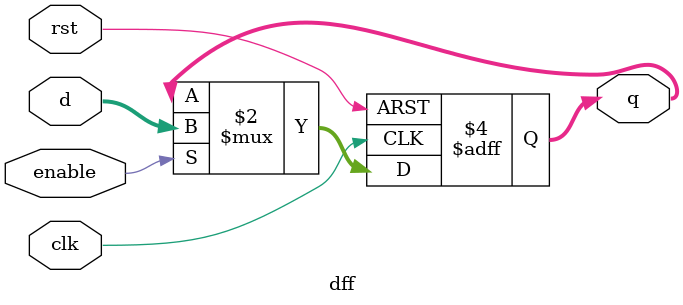
<source format=v>
module dff(clk,rst,enable,d,q);
input [31:0] d;
input clk,rst,enable;
output reg [31:0] q;
always@(posedge clk or posedge rst)
    begin
    if(rst) 
        q<=32'b0;
    else if(enable)
        q<=d;   
    end
endmodule 

</source>
